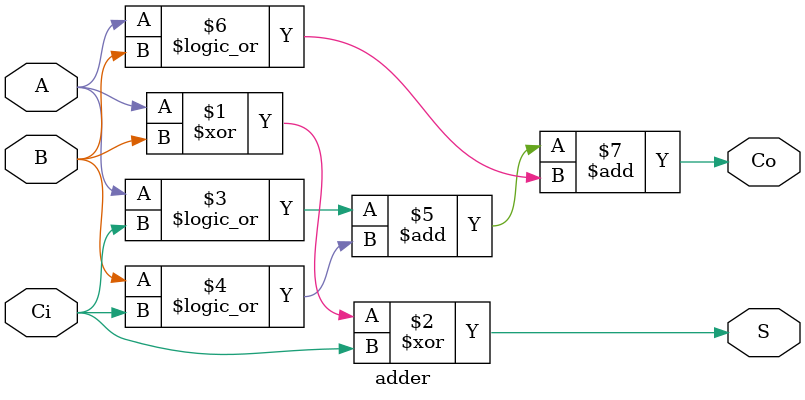
<source format=v>
module adder(A,B,Ci,Co,S);
    input A,B,Ci;
    output Co,S;
    // wire
    assign S = (A^B^Ci);
    assign Co = (A||Ci)+(B||Ci)+(A||B);
endmodule
</source>
